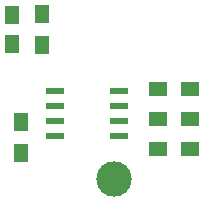
<source format=gbr>
G04 #@! TF.FileFunction,Paste,Top*
%FSLAX46Y46*%
G04 Gerber Fmt 4.6, Leading zero omitted, Abs format (unit mm)*
G04 Created by KiCad (PCBNEW 0.201506222247+5806~23~ubuntu14.04.1-product) date Sun 28 Jun 2015 17:50:51 CEST*
%MOMM*%
G01*
G04 APERTURE LIST*
%ADD10C,0.127000*%
%ADD11R,1.250000X1.500000*%
%ADD12R,1.300000X1.500000*%
%ADD13R,1.500000X1.300000*%
%ADD14C,2.999740*%
%ADD15R,1.550000X0.600000*%
G04 APERTURE END LIST*
D10*
D11*
X153924000Y-86380000D03*
X153924000Y-88880000D03*
D12*
X154686000Y-98124000D03*
X154686000Y-95424000D03*
D13*
X168990000Y-97790000D03*
X166290000Y-97790000D03*
D12*
X156464000Y-88980000D03*
X156464000Y-86280000D03*
D13*
X168990000Y-92710000D03*
X166290000Y-92710000D03*
X166290000Y-95250000D03*
X168990000Y-95250000D03*
D14*
X162560000Y-100330000D03*
D15*
X162974000Y-96647000D03*
X162974000Y-95377000D03*
X162974000Y-94107000D03*
X162974000Y-92837000D03*
X157574000Y-92837000D03*
X157574000Y-94107000D03*
X157574000Y-95377000D03*
X157574000Y-96647000D03*
M02*

</source>
